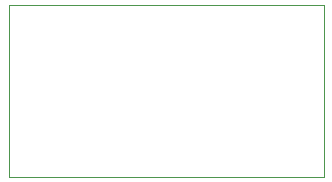
<source format=gbr>
G04 #@! TF.FileFunction,Profile,NP*
%FSLAX46Y46*%
G04 Gerber Fmt 4.6, Leading zero omitted, Abs format (unit mm)*
G04 Created by KiCad (PCBNEW (2015-02-22 BZR 5447)-product) date 2015 March 16, Monday 22:42:37*
%MOMM*%
G01*
G04 APERTURE LIST*
%ADD10C,0.100000*%
G04 APERTURE END LIST*
D10*
X147320000Y-104140000D02*
X147320000Y-118745000D01*
X173990000Y-104140000D02*
X147320000Y-104140000D01*
X173990000Y-118745000D02*
X173990000Y-104140000D01*
X147320000Y-118745000D02*
X173990000Y-118745000D01*
M02*

</source>
